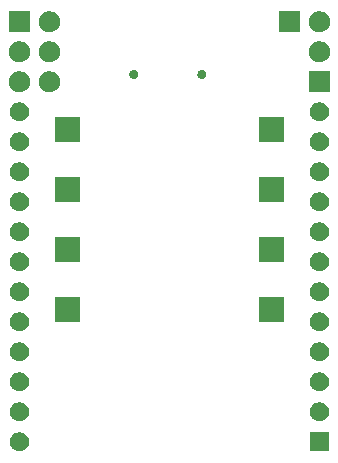
<source format=gbs>
G04 #@! TF.GenerationSoftware,KiCad,Pcbnew,(5.1.5)-3*
G04 #@! TF.CreationDate,2020-02-07T15:38:24-08:00*
G04 #@! TF.ProjectId,pcb,7063622e-6b69-4636-9164-5f7063625858,v1.1*
G04 #@! TF.SameCoordinates,Original*
G04 #@! TF.FileFunction,Soldermask,Bot*
G04 #@! TF.FilePolarity,Negative*
%FSLAX46Y46*%
G04 Gerber Fmt 4.6, Leading zero omitted, Abs format (unit mm)*
G04 Created by KiCad (PCBNEW (5.1.5)-3) date 2020-02-07 15:38:24*
%MOMM*%
%LPD*%
G04 APERTURE LIST*
%ADD10C,0.100000*%
G04 APERTURE END LIST*
D10*
G36*
X155245000Y-125781000D02*
G01*
X153619000Y-125781000D01*
X153619000Y-124155000D01*
X155245000Y-124155000D01*
X155245000Y-125781000D01*
G37*
G36*
X129269144Y-124186243D02*
G01*
X129417100Y-124247528D01*
X129550259Y-124336502D01*
X129663498Y-124449741D01*
X129752472Y-124582900D01*
X129813757Y-124730856D01*
X129845000Y-124887926D01*
X129845000Y-125048074D01*
X129813757Y-125205144D01*
X129752472Y-125353100D01*
X129663498Y-125486259D01*
X129550259Y-125599498D01*
X129417100Y-125688472D01*
X129269144Y-125749757D01*
X129112074Y-125781000D01*
X128951926Y-125781000D01*
X128794856Y-125749757D01*
X128646900Y-125688472D01*
X128513741Y-125599498D01*
X128400502Y-125486259D01*
X128311528Y-125353100D01*
X128250243Y-125205144D01*
X128219000Y-125048074D01*
X128219000Y-124887926D01*
X128250243Y-124730856D01*
X128311528Y-124582900D01*
X128400502Y-124449741D01*
X128513741Y-124336502D01*
X128646900Y-124247528D01*
X128794856Y-124186243D01*
X128951926Y-124155000D01*
X129112074Y-124155000D01*
X129269144Y-124186243D01*
G37*
G36*
X154669144Y-121646243D02*
G01*
X154817100Y-121707528D01*
X154950259Y-121796502D01*
X155063498Y-121909741D01*
X155152472Y-122042900D01*
X155213757Y-122190856D01*
X155245000Y-122347926D01*
X155245000Y-122508074D01*
X155213757Y-122665144D01*
X155152472Y-122813100D01*
X155063498Y-122946259D01*
X154950259Y-123059498D01*
X154817100Y-123148472D01*
X154669144Y-123209757D01*
X154512074Y-123241000D01*
X154351926Y-123241000D01*
X154194856Y-123209757D01*
X154046900Y-123148472D01*
X153913741Y-123059498D01*
X153800502Y-122946259D01*
X153711528Y-122813100D01*
X153650243Y-122665144D01*
X153619000Y-122508074D01*
X153619000Y-122347926D01*
X153650243Y-122190856D01*
X153711528Y-122042900D01*
X153800502Y-121909741D01*
X153913741Y-121796502D01*
X154046900Y-121707528D01*
X154194856Y-121646243D01*
X154351926Y-121615000D01*
X154512074Y-121615000D01*
X154669144Y-121646243D01*
G37*
G36*
X129269144Y-121646243D02*
G01*
X129417100Y-121707528D01*
X129550259Y-121796502D01*
X129663498Y-121909741D01*
X129752472Y-122042900D01*
X129813757Y-122190856D01*
X129845000Y-122347926D01*
X129845000Y-122508074D01*
X129813757Y-122665144D01*
X129752472Y-122813100D01*
X129663498Y-122946259D01*
X129550259Y-123059498D01*
X129417100Y-123148472D01*
X129269144Y-123209757D01*
X129112074Y-123241000D01*
X128951926Y-123241000D01*
X128794856Y-123209757D01*
X128646900Y-123148472D01*
X128513741Y-123059498D01*
X128400502Y-122946259D01*
X128311528Y-122813100D01*
X128250243Y-122665144D01*
X128219000Y-122508074D01*
X128219000Y-122347926D01*
X128250243Y-122190856D01*
X128311528Y-122042900D01*
X128400502Y-121909741D01*
X128513741Y-121796502D01*
X128646900Y-121707528D01*
X128794856Y-121646243D01*
X128951926Y-121615000D01*
X129112074Y-121615000D01*
X129269144Y-121646243D01*
G37*
G36*
X154669144Y-119106243D02*
G01*
X154817100Y-119167528D01*
X154950259Y-119256502D01*
X155063498Y-119369741D01*
X155152472Y-119502900D01*
X155213757Y-119650856D01*
X155245000Y-119807926D01*
X155245000Y-119968074D01*
X155213757Y-120125144D01*
X155152472Y-120273100D01*
X155063498Y-120406259D01*
X154950259Y-120519498D01*
X154817100Y-120608472D01*
X154669144Y-120669757D01*
X154512074Y-120701000D01*
X154351926Y-120701000D01*
X154194856Y-120669757D01*
X154046900Y-120608472D01*
X153913741Y-120519498D01*
X153800502Y-120406259D01*
X153711528Y-120273100D01*
X153650243Y-120125144D01*
X153619000Y-119968074D01*
X153619000Y-119807926D01*
X153650243Y-119650856D01*
X153711528Y-119502900D01*
X153800502Y-119369741D01*
X153913741Y-119256502D01*
X154046900Y-119167528D01*
X154194856Y-119106243D01*
X154351926Y-119075000D01*
X154512074Y-119075000D01*
X154669144Y-119106243D01*
G37*
G36*
X129269144Y-119106243D02*
G01*
X129417100Y-119167528D01*
X129550259Y-119256502D01*
X129663498Y-119369741D01*
X129752472Y-119502900D01*
X129813757Y-119650856D01*
X129845000Y-119807926D01*
X129845000Y-119968074D01*
X129813757Y-120125144D01*
X129752472Y-120273100D01*
X129663498Y-120406259D01*
X129550259Y-120519498D01*
X129417100Y-120608472D01*
X129269144Y-120669757D01*
X129112074Y-120701000D01*
X128951926Y-120701000D01*
X128794856Y-120669757D01*
X128646900Y-120608472D01*
X128513741Y-120519498D01*
X128400502Y-120406259D01*
X128311528Y-120273100D01*
X128250243Y-120125144D01*
X128219000Y-119968074D01*
X128219000Y-119807926D01*
X128250243Y-119650856D01*
X128311528Y-119502900D01*
X128400502Y-119369741D01*
X128513741Y-119256502D01*
X128646900Y-119167528D01*
X128794856Y-119106243D01*
X128951926Y-119075000D01*
X129112074Y-119075000D01*
X129269144Y-119106243D01*
G37*
G36*
X154669144Y-116566243D02*
G01*
X154817100Y-116627528D01*
X154950259Y-116716502D01*
X155063498Y-116829741D01*
X155152472Y-116962900D01*
X155213757Y-117110856D01*
X155245000Y-117267926D01*
X155245000Y-117428074D01*
X155213757Y-117585144D01*
X155152472Y-117733100D01*
X155063498Y-117866259D01*
X154950259Y-117979498D01*
X154817100Y-118068472D01*
X154669144Y-118129757D01*
X154512074Y-118161000D01*
X154351926Y-118161000D01*
X154194856Y-118129757D01*
X154046900Y-118068472D01*
X153913741Y-117979498D01*
X153800502Y-117866259D01*
X153711528Y-117733100D01*
X153650243Y-117585144D01*
X153619000Y-117428074D01*
X153619000Y-117267926D01*
X153650243Y-117110856D01*
X153711528Y-116962900D01*
X153800502Y-116829741D01*
X153913741Y-116716502D01*
X154046900Y-116627528D01*
X154194856Y-116566243D01*
X154351926Y-116535000D01*
X154512074Y-116535000D01*
X154669144Y-116566243D01*
G37*
G36*
X129269144Y-116566243D02*
G01*
X129417100Y-116627528D01*
X129550259Y-116716502D01*
X129663498Y-116829741D01*
X129752472Y-116962900D01*
X129813757Y-117110856D01*
X129845000Y-117267926D01*
X129845000Y-117428074D01*
X129813757Y-117585144D01*
X129752472Y-117733100D01*
X129663498Y-117866259D01*
X129550259Y-117979498D01*
X129417100Y-118068472D01*
X129269144Y-118129757D01*
X129112074Y-118161000D01*
X128951926Y-118161000D01*
X128794856Y-118129757D01*
X128646900Y-118068472D01*
X128513741Y-117979498D01*
X128400502Y-117866259D01*
X128311528Y-117733100D01*
X128250243Y-117585144D01*
X128219000Y-117428074D01*
X128219000Y-117267926D01*
X128250243Y-117110856D01*
X128311528Y-116962900D01*
X128400502Y-116829741D01*
X128513741Y-116716502D01*
X128646900Y-116627528D01*
X128794856Y-116566243D01*
X128951926Y-116535000D01*
X129112074Y-116535000D01*
X129269144Y-116566243D01*
G37*
G36*
X154669144Y-114026243D02*
G01*
X154817100Y-114087528D01*
X154950259Y-114176502D01*
X155063498Y-114289741D01*
X155152472Y-114422900D01*
X155213757Y-114570856D01*
X155245000Y-114727926D01*
X155245000Y-114888074D01*
X155213757Y-115045144D01*
X155152472Y-115193100D01*
X155063498Y-115326259D01*
X154950259Y-115439498D01*
X154817100Y-115528472D01*
X154669144Y-115589757D01*
X154512074Y-115621000D01*
X154351926Y-115621000D01*
X154194856Y-115589757D01*
X154046900Y-115528472D01*
X153913741Y-115439498D01*
X153800502Y-115326259D01*
X153711528Y-115193100D01*
X153650243Y-115045144D01*
X153619000Y-114888074D01*
X153619000Y-114727926D01*
X153650243Y-114570856D01*
X153711528Y-114422900D01*
X153800502Y-114289741D01*
X153913741Y-114176502D01*
X154046900Y-114087528D01*
X154194856Y-114026243D01*
X154351926Y-113995000D01*
X154512074Y-113995000D01*
X154669144Y-114026243D01*
G37*
G36*
X129269144Y-114026243D02*
G01*
X129417100Y-114087528D01*
X129550259Y-114176502D01*
X129663498Y-114289741D01*
X129752472Y-114422900D01*
X129813757Y-114570856D01*
X129845000Y-114727926D01*
X129845000Y-114888074D01*
X129813757Y-115045144D01*
X129752472Y-115193100D01*
X129663498Y-115326259D01*
X129550259Y-115439498D01*
X129417100Y-115528472D01*
X129269144Y-115589757D01*
X129112074Y-115621000D01*
X128951926Y-115621000D01*
X128794856Y-115589757D01*
X128646900Y-115528472D01*
X128513741Y-115439498D01*
X128400502Y-115326259D01*
X128311528Y-115193100D01*
X128250243Y-115045144D01*
X128219000Y-114888074D01*
X128219000Y-114727926D01*
X128250243Y-114570856D01*
X128311528Y-114422900D01*
X128400502Y-114289741D01*
X128513741Y-114176502D01*
X128646900Y-114087528D01*
X128794856Y-114026243D01*
X128951926Y-113995000D01*
X129112074Y-113995000D01*
X129269144Y-114026243D01*
G37*
G36*
X134147000Y-114843000D02*
G01*
X132045000Y-114843000D01*
X132045000Y-112741000D01*
X134147000Y-112741000D01*
X134147000Y-114843000D01*
G37*
G36*
X151419000Y-114843000D02*
G01*
X149317000Y-114843000D01*
X149317000Y-112741000D01*
X151419000Y-112741000D01*
X151419000Y-114843000D01*
G37*
G36*
X154669144Y-111486243D02*
G01*
X154817100Y-111547528D01*
X154950259Y-111636502D01*
X155063498Y-111749741D01*
X155152472Y-111882900D01*
X155213757Y-112030856D01*
X155245000Y-112187926D01*
X155245000Y-112348074D01*
X155213757Y-112505144D01*
X155152472Y-112653100D01*
X155063498Y-112786259D01*
X154950259Y-112899498D01*
X154817100Y-112988472D01*
X154669144Y-113049757D01*
X154512074Y-113081000D01*
X154351926Y-113081000D01*
X154194856Y-113049757D01*
X154046900Y-112988472D01*
X153913741Y-112899498D01*
X153800502Y-112786259D01*
X153711528Y-112653100D01*
X153650243Y-112505144D01*
X153619000Y-112348074D01*
X153619000Y-112187926D01*
X153650243Y-112030856D01*
X153711528Y-111882900D01*
X153800502Y-111749741D01*
X153913741Y-111636502D01*
X154046900Y-111547528D01*
X154194856Y-111486243D01*
X154351926Y-111455000D01*
X154512074Y-111455000D01*
X154669144Y-111486243D01*
G37*
G36*
X129269144Y-111486243D02*
G01*
X129417100Y-111547528D01*
X129550259Y-111636502D01*
X129663498Y-111749741D01*
X129752472Y-111882900D01*
X129813757Y-112030856D01*
X129845000Y-112187926D01*
X129845000Y-112348074D01*
X129813757Y-112505144D01*
X129752472Y-112653100D01*
X129663498Y-112786259D01*
X129550259Y-112899498D01*
X129417100Y-112988472D01*
X129269144Y-113049757D01*
X129112074Y-113081000D01*
X128951926Y-113081000D01*
X128794856Y-113049757D01*
X128646900Y-112988472D01*
X128513741Y-112899498D01*
X128400502Y-112786259D01*
X128311528Y-112653100D01*
X128250243Y-112505144D01*
X128219000Y-112348074D01*
X128219000Y-112187926D01*
X128250243Y-112030856D01*
X128311528Y-111882900D01*
X128400502Y-111749741D01*
X128513741Y-111636502D01*
X128646900Y-111547528D01*
X128794856Y-111486243D01*
X128951926Y-111455000D01*
X129112074Y-111455000D01*
X129269144Y-111486243D01*
G37*
G36*
X129269144Y-108946243D02*
G01*
X129417100Y-109007528D01*
X129550259Y-109096502D01*
X129663498Y-109209741D01*
X129752472Y-109342900D01*
X129813757Y-109490856D01*
X129845000Y-109647926D01*
X129845000Y-109808074D01*
X129813757Y-109965144D01*
X129752472Y-110113100D01*
X129663498Y-110246259D01*
X129550259Y-110359498D01*
X129417100Y-110448472D01*
X129269144Y-110509757D01*
X129112074Y-110541000D01*
X128951926Y-110541000D01*
X128794856Y-110509757D01*
X128646900Y-110448472D01*
X128513741Y-110359498D01*
X128400502Y-110246259D01*
X128311528Y-110113100D01*
X128250243Y-109965144D01*
X128219000Y-109808074D01*
X128219000Y-109647926D01*
X128250243Y-109490856D01*
X128311528Y-109342900D01*
X128400502Y-109209741D01*
X128513741Y-109096502D01*
X128646900Y-109007528D01*
X128794856Y-108946243D01*
X128951926Y-108915000D01*
X129112074Y-108915000D01*
X129269144Y-108946243D01*
G37*
G36*
X154669144Y-108946243D02*
G01*
X154817100Y-109007528D01*
X154950259Y-109096502D01*
X155063498Y-109209741D01*
X155152472Y-109342900D01*
X155213757Y-109490856D01*
X155245000Y-109647926D01*
X155245000Y-109808074D01*
X155213757Y-109965144D01*
X155152472Y-110113100D01*
X155063498Y-110246259D01*
X154950259Y-110359498D01*
X154817100Y-110448472D01*
X154669144Y-110509757D01*
X154512074Y-110541000D01*
X154351926Y-110541000D01*
X154194856Y-110509757D01*
X154046900Y-110448472D01*
X153913741Y-110359498D01*
X153800502Y-110246259D01*
X153711528Y-110113100D01*
X153650243Y-109965144D01*
X153619000Y-109808074D01*
X153619000Y-109647926D01*
X153650243Y-109490856D01*
X153711528Y-109342900D01*
X153800502Y-109209741D01*
X153913741Y-109096502D01*
X154046900Y-109007528D01*
X154194856Y-108946243D01*
X154351926Y-108915000D01*
X154512074Y-108915000D01*
X154669144Y-108946243D01*
G37*
G36*
X151419000Y-109763000D02*
G01*
X149317000Y-109763000D01*
X149317000Y-107661000D01*
X151419000Y-107661000D01*
X151419000Y-109763000D01*
G37*
G36*
X134147000Y-109763000D02*
G01*
X132045000Y-109763000D01*
X132045000Y-107661000D01*
X134147000Y-107661000D01*
X134147000Y-109763000D01*
G37*
G36*
X154669144Y-106406243D02*
G01*
X154817100Y-106467528D01*
X154950259Y-106556502D01*
X155063498Y-106669741D01*
X155152472Y-106802900D01*
X155213757Y-106950856D01*
X155245000Y-107107926D01*
X155245000Y-107268074D01*
X155213757Y-107425144D01*
X155152472Y-107573100D01*
X155063498Y-107706259D01*
X154950259Y-107819498D01*
X154817100Y-107908472D01*
X154669144Y-107969757D01*
X154512074Y-108001000D01*
X154351926Y-108001000D01*
X154194856Y-107969757D01*
X154046900Y-107908472D01*
X153913741Y-107819498D01*
X153800502Y-107706259D01*
X153711528Y-107573100D01*
X153650243Y-107425144D01*
X153619000Y-107268074D01*
X153619000Y-107107926D01*
X153650243Y-106950856D01*
X153711528Y-106802900D01*
X153800502Y-106669741D01*
X153913741Y-106556502D01*
X154046900Y-106467528D01*
X154194856Y-106406243D01*
X154351926Y-106375000D01*
X154512074Y-106375000D01*
X154669144Y-106406243D01*
G37*
G36*
X129269144Y-106406243D02*
G01*
X129417100Y-106467528D01*
X129550259Y-106556502D01*
X129663498Y-106669741D01*
X129752472Y-106802900D01*
X129813757Y-106950856D01*
X129845000Y-107107926D01*
X129845000Y-107268074D01*
X129813757Y-107425144D01*
X129752472Y-107573100D01*
X129663498Y-107706259D01*
X129550259Y-107819498D01*
X129417100Y-107908472D01*
X129269144Y-107969757D01*
X129112074Y-108001000D01*
X128951926Y-108001000D01*
X128794856Y-107969757D01*
X128646900Y-107908472D01*
X128513741Y-107819498D01*
X128400502Y-107706259D01*
X128311528Y-107573100D01*
X128250243Y-107425144D01*
X128219000Y-107268074D01*
X128219000Y-107107926D01*
X128250243Y-106950856D01*
X128311528Y-106802900D01*
X128400502Y-106669741D01*
X128513741Y-106556502D01*
X128646900Y-106467528D01*
X128794856Y-106406243D01*
X128951926Y-106375000D01*
X129112074Y-106375000D01*
X129269144Y-106406243D01*
G37*
G36*
X129269144Y-103866243D02*
G01*
X129417100Y-103927528D01*
X129550259Y-104016502D01*
X129663498Y-104129741D01*
X129752472Y-104262900D01*
X129813757Y-104410856D01*
X129845000Y-104567926D01*
X129845000Y-104728074D01*
X129813757Y-104885144D01*
X129752472Y-105033100D01*
X129663498Y-105166259D01*
X129550259Y-105279498D01*
X129417100Y-105368472D01*
X129269144Y-105429757D01*
X129112074Y-105461000D01*
X128951926Y-105461000D01*
X128794856Y-105429757D01*
X128646900Y-105368472D01*
X128513741Y-105279498D01*
X128400502Y-105166259D01*
X128311528Y-105033100D01*
X128250243Y-104885144D01*
X128219000Y-104728074D01*
X128219000Y-104567926D01*
X128250243Y-104410856D01*
X128311528Y-104262900D01*
X128400502Y-104129741D01*
X128513741Y-104016502D01*
X128646900Y-103927528D01*
X128794856Y-103866243D01*
X128951926Y-103835000D01*
X129112074Y-103835000D01*
X129269144Y-103866243D01*
G37*
G36*
X154669144Y-103866243D02*
G01*
X154817100Y-103927528D01*
X154950259Y-104016502D01*
X155063498Y-104129741D01*
X155152472Y-104262900D01*
X155213757Y-104410856D01*
X155245000Y-104567926D01*
X155245000Y-104728074D01*
X155213757Y-104885144D01*
X155152472Y-105033100D01*
X155063498Y-105166259D01*
X154950259Y-105279498D01*
X154817100Y-105368472D01*
X154669144Y-105429757D01*
X154512074Y-105461000D01*
X154351926Y-105461000D01*
X154194856Y-105429757D01*
X154046900Y-105368472D01*
X153913741Y-105279498D01*
X153800502Y-105166259D01*
X153711528Y-105033100D01*
X153650243Y-104885144D01*
X153619000Y-104728074D01*
X153619000Y-104567926D01*
X153650243Y-104410856D01*
X153711528Y-104262900D01*
X153800502Y-104129741D01*
X153913741Y-104016502D01*
X154046900Y-103927528D01*
X154194856Y-103866243D01*
X154351926Y-103835000D01*
X154512074Y-103835000D01*
X154669144Y-103866243D01*
G37*
G36*
X151419000Y-104683000D02*
G01*
X149317000Y-104683000D01*
X149317000Y-102581000D01*
X151419000Y-102581000D01*
X151419000Y-104683000D01*
G37*
G36*
X134147000Y-104683000D02*
G01*
X132045000Y-104683000D01*
X132045000Y-102581000D01*
X134147000Y-102581000D01*
X134147000Y-104683000D01*
G37*
G36*
X129269144Y-101326243D02*
G01*
X129417100Y-101387528D01*
X129550259Y-101476502D01*
X129663498Y-101589741D01*
X129752472Y-101722900D01*
X129813757Y-101870856D01*
X129845000Y-102027926D01*
X129845000Y-102188074D01*
X129813757Y-102345144D01*
X129752472Y-102493100D01*
X129663498Y-102626259D01*
X129550259Y-102739498D01*
X129417100Y-102828472D01*
X129269144Y-102889757D01*
X129112074Y-102921000D01*
X128951926Y-102921000D01*
X128794856Y-102889757D01*
X128646900Y-102828472D01*
X128513741Y-102739498D01*
X128400502Y-102626259D01*
X128311528Y-102493100D01*
X128250243Y-102345144D01*
X128219000Y-102188074D01*
X128219000Y-102027926D01*
X128250243Y-101870856D01*
X128311528Y-101722900D01*
X128400502Y-101589741D01*
X128513741Y-101476502D01*
X128646900Y-101387528D01*
X128794856Y-101326243D01*
X128951926Y-101295000D01*
X129112074Y-101295000D01*
X129269144Y-101326243D01*
G37*
G36*
X154669144Y-101326243D02*
G01*
X154817100Y-101387528D01*
X154950259Y-101476502D01*
X155063498Y-101589741D01*
X155152472Y-101722900D01*
X155213757Y-101870856D01*
X155245000Y-102027926D01*
X155245000Y-102188074D01*
X155213757Y-102345144D01*
X155152472Y-102493100D01*
X155063498Y-102626259D01*
X154950259Y-102739498D01*
X154817100Y-102828472D01*
X154669144Y-102889757D01*
X154512074Y-102921000D01*
X154351926Y-102921000D01*
X154194856Y-102889757D01*
X154046900Y-102828472D01*
X153913741Y-102739498D01*
X153800502Y-102626259D01*
X153711528Y-102493100D01*
X153650243Y-102345144D01*
X153619000Y-102188074D01*
X153619000Y-102027926D01*
X153650243Y-101870856D01*
X153711528Y-101722900D01*
X153800502Y-101589741D01*
X153913741Y-101476502D01*
X154046900Y-101387528D01*
X154194856Y-101326243D01*
X154351926Y-101295000D01*
X154512074Y-101295000D01*
X154669144Y-101326243D01*
G37*
G36*
X154669144Y-98786243D02*
G01*
X154817100Y-98847528D01*
X154950259Y-98936502D01*
X155063498Y-99049741D01*
X155152472Y-99182900D01*
X155213757Y-99330856D01*
X155245000Y-99487926D01*
X155245000Y-99648074D01*
X155213757Y-99805144D01*
X155152472Y-99953100D01*
X155063498Y-100086259D01*
X154950259Y-100199498D01*
X154817100Y-100288472D01*
X154669144Y-100349757D01*
X154512074Y-100381000D01*
X154351926Y-100381000D01*
X154194856Y-100349757D01*
X154046900Y-100288472D01*
X153913741Y-100199498D01*
X153800502Y-100086259D01*
X153711528Y-99953100D01*
X153650243Y-99805144D01*
X153619000Y-99648074D01*
X153619000Y-99487926D01*
X153650243Y-99330856D01*
X153711528Y-99182900D01*
X153800502Y-99049741D01*
X153913741Y-98936502D01*
X154046900Y-98847528D01*
X154194856Y-98786243D01*
X154351926Y-98755000D01*
X154512074Y-98755000D01*
X154669144Y-98786243D01*
G37*
G36*
X129269144Y-98786243D02*
G01*
X129417100Y-98847528D01*
X129550259Y-98936502D01*
X129663498Y-99049741D01*
X129752472Y-99182900D01*
X129813757Y-99330856D01*
X129845000Y-99487926D01*
X129845000Y-99648074D01*
X129813757Y-99805144D01*
X129752472Y-99953100D01*
X129663498Y-100086259D01*
X129550259Y-100199498D01*
X129417100Y-100288472D01*
X129269144Y-100349757D01*
X129112074Y-100381000D01*
X128951926Y-100381000D01*
X128794856Y-100349757D01*
X128646900Y-100288472D01*
X128513741Y-100199498D01*
X128400502Y-100086259D01*
X128311528Y-99953100D01*
X128250243Y-99805144D01*
X128219000Y-99648074D01*
X128219000Y-99487926D01*
X128250243Y-99330856D01*
X128311528Y-99182900D01*
X128400502Y-99049741D01*
X128513741Y-98936502D01*
X128646900Y-98847528D01*
X128794856Y-98786243D01*
X128951926Y-98755000D01*
X129112074Y-98755000D01*
X129269144Y-98786243D01*
G37*
G36*
X134147000Y-99603000D02*
G01*
X132045000Y-99603000D01*
X132045000Y-97501000D01*
X134147000Y-97501000D01*
X134147000Y-99603000D01*
G37*
G36*
X151419000Y-99603000D02*
G01*
X149317000Y-99603000D01*
X149317000Y-97501000D01*
X151419000Y-97501000D01*
X151419000Y-99603000D01*
G37*
G36*
X129269144Y-96246243D02*
G01*
X129417100Y-96307528D01*
X129550259Y-96396502D01*
X129663498Y-96509741D01*
X129752472Y-96642900D01*
X129813757Y-96790856D01*
X129845000Y-96947926D01*
X129845000Y-97108074D01*
X129813757Y-97265144D01*
X129752472Y-97413100D01*
X129663498Y-97546259D01*
X129550259Y-97659498D01*
X129417100Y-97748472D01*
X129269144Y-97809757D01*
X129112074Y-97841000D01*
X128951926Y-97841000D01*
X128794856Y-97809757D01*
X128646900Y-97748472D01*
X128513741Y-97659498D01*
X128400502Y-97546259D01*
X128311528Y-97413100D01*
X128250243Y-97265144D01*
X128219000Y-97108074D01*
X128219000Y-96947926D01*
X128250243Y-96790856D01*
X128311528Y-96642900D01*
X128400502Y-96509741D01*
X128513741Y-96396502D01*
X128646900Y-96307528D01*
X128794856Y-96246243D01*
X128951926Y-96215000D01*
X129112074Y-96215000D01*
X129269144Y-96246243D01*
G37*
G36*
X154669144Y-96246243D02*
G01*
X154817100Y-96307528D01*
X154950259Y-96396502D01*
X155063498Y-96509741D01*
X155152472Y-96642900D01*
X155213757Y-96790856D01*
X155245000Y-96947926D01*
X155245000Y-97108074D01*
X155213757Y-97265144D01*
X155152472Y-97413100D01*
X155063498Y-97546259D01*
X154950259Y-97659498D01*
X154817100Y-97748472D01*
X154669144Y-97809757D01*
X154512074Y-97841000D01*
X154351926Y-97841000D01*
X154194856Y-97809757D01*
X154046900Y-97748472D01*
X153913741Y-97659498D01*
X153800502Y-97546259D01*
X153711528Y-97413100D01*
X153650243Y-97265144D01*
X153619000Y-97108074D01*
X153619000Y-96947926D01*
X153650243Y-96790856D01*
X153711528Y-96642900D01*
X153800502Y-96509741D01*
X153913741Y-96396502D01*
X154046900Y-96307528D01*
X154194856Y-96246243D01*
X154351926Y-96215000D01*
X154512074Y-96215000D01*
X154669144Y-96246243D01*
G37*
G36*
X131834812Y-93621624D02*
G01*
X131998784Y-93689544D01*
X132146354Y-93788147D01*
X132271853Y-93913646D01*
X132370456Y-94061216D01*
X132438376Y-94225188D01*
X132473000Y-94399259D01*
X132473000Y-94576741D01*
X132438376Y-94750812D01*
X132370456Y-94914784D01*
X132271853Y-95062354D01*
X132146354Y-95187853D01*
X131998784Y-95286456D01*
X131834812Y-95354376D01*
X131660741Y-95389000D01*
X131483259Y-95389000D01*
X131309188Y-95354376D01*
X131145216Y-95286456D01*
X130997646Y-95187853D01*
X130872147Y-95062354D01*
X130773544Y-94914784D01*
X130705624Y-94750812D01*
X130671000Y-94576741D01*
X130671000Y-94399259D01*
X130705624Y-94225188D01*
X130773544Y-94061216D01*
X130872147Y-93913646D01*
X130997646Y-93788147D01*
X131145216Y-93689544D01*
X131309188Y-93621624D01*
X131483259Y-93587000D01*
X131660741Y-93587000D01*
X131834812Y-93621624D01*
G37*
G36*
X155333000Y-95389000D02*
G01*
X153531000Y-95389000D01*
X153531000Y-93587000D01*
X155333000Y-93587000D01*
X155333000Y-95389000D01*
G37*
G36*
X129294812Y-93621624D02*
G01*
X129458784Y-93689544D01*
X129606354Y-93788147D01*
X129731853Y-93913646D01*
X129830456Y-94061216D01*
X129898376Y-94225188D01*
X129933000Y-94399259D01*
X129933000Y-94576741D01*
X129898376Y-94750812D01*
X129830456Y-94914784D01*
X129731853Y-95062354D01*
X129606354Y-95187853D01*
X129458784Y-95286456D01*
X129294812Y-95354376D01*
X129120741Y-95389000D01*
X128943259Y-95389000D01*
X128769188Y-95354376D01*
X128605216Y-95286456D01*
X128457646Y-95187853D01*
X128332147Y-95062354D01*
X128233544Y-94914784D01*
X128165624Y-94750812D01*
X128131000Y-94576741D01*
X128131000Y-94399259D01*
X128165624Y-94225188D01*
X128233544Y-94061216D01*
X128332147Y-93913646D01*
X128457646Y-93788147D01*
X128605216Y-93689544D01*
X128769188Y-93621624D01*
X128943259Y-93587000D01*
X129120741Y-93587000D01*
X129294812Y-93621624D01*
G37*
G36*
X144556247Y-93481817D02*
G01*
X144604677Y-93491450D01*
X144657601Y-93513372D01*
X144673103Y-93519793D01*
X144734686Y-93560942D01*
X144787058Y-93613314D01*
X144828207Y-93674897D01*
X144828208Y-93674900D01*
X144856550Y-93743323D01*
X144871000Y-93815968D01*
X144871000Y-93890032D01*
X144856550Y-93962677D01*
X144834628Y-94015601D01*
X144828207Y-94031103D01*
X144787058Y-94092686D01*
X144734686Y-94145058D01*
X144673103Y-94186207D01*
X144657601Y-94192628D01*
X144604677Y-94214550D01*
X144556247Y-94224183D01*
X144532033Y-94229000D01*
X144457967Y-94229000D01*
X144433753Y-94224183D01*
X144385323Y-94214550D01*
X144332399Y-94192628D01*
X144316897Y-94186207D01*
X144255314Y-94145058D01*
X144202942Y-94092686D01*
X144161793Y-94031103D01*
X144155372Y-94015601D01*
X144133450Y-93962677D01*
X144119000Y-93890032D01*
X144119000Y-93815968D01*
X144133450Y-93743323D01*
X144161792Y-93674900D01*
X144161793Y-93674897D01*
X144202942Y-93613314D01*
X144255314Y-93560942D01*
X144316897Y-93519793D01*
X144332399Y-93513372D01*
X144385323Y-93491450D01*
X144433753Y-93481817D01*
X144457967Y-93477000D01*
X144532033Y-93477000D01*
X144556247Y-93481817D01*
G37*
G36*
X138776247Y-93481817D02*
G01*
X138824677Y-93491450D01*
X138877601Y-93513372D01*
X138893103Y-93519793D01*
X138954686Y-93560942D01*
X139007058Y-93613314D01*
X139048207Y-93674897D01*
X139048208Y-93674900D01*
X139076550Y-93743323D01*
X139091000Y-93815968D01*
X139091000Y-93890032D01*
X139076550Y-93962677D01*
X139054628Y-94015601D01*
X139048207Y-94031103D01*
X139007058Y-94092686D01*
X138954686Y-94145058D01*
X138893103Y-94186207D01*
X138877601Y-94192628D01*
X138824677Y-94214550D01*
X138776247Y-94224183D01*
X138752033Y-94229000D01*
X138677967Y-94229000D01*
X138653753Y-94224183D01*
X138605323Y-94214550D01*
X138552399Y-94192628D01*
X138536897Y-94186207D01*
X138475314Y-94145058D01*
X138422942Y-94092686D01*
X138381793Y-94031103D01*
X138375372Y-94015601D01*
X138353450Y-93962677D01*
X138339000Y-93890032D01*
X138339000Y-93815968D01*
X138353450Y-93743323D01*
X138381792Y-93674900D01*
X138381793Y-93674897D01*
X138422942Y-93613314D01*
X138475314Y-93560942D01*
X138536897Y-93519793D01*
X138552399Y-93513372D01*
X138605323Y-93491450D01*
X138653753Y-93481817D01*
X138677967Y-93477000D01*
X138752033Y-93477000D01*
X138776247Y-93481817D01*
G37*
G36*
X129294812Y-91081624D02*
G01*
X129458784Y-91149544D01*
X129606354Y-91248147D01*
X129731853Y-91373646D01*
X129830456Y-91521216D01*
X129898376Y-91685188D01*
X129933000Y-91859259D01*
X129933000Y-92036741D01*
X129898376Y-92210812D01*
X129830456Y-92374784D01*
X129731853Y-92522354D01*
X129606354Y-92647853D01*
X129458784Y-92746456D01*
X129294812Y-92814376D01*
X129120741Y-92849000D01*
X128943259Y-92849000D01*
X128769188Y-92814376D01*
X128605216Y-92746456D01*
X128457646Y-92647853D01*
X128332147Y-92522354D01*
X128233544Y-92374784D01*
X128165624Y-92210812D01*
X128131000Y-92036741D01*
X128131000Y-91859259D01*
X128165624Y-91685188D01*
X128233544Y-91521216D01*
X128332147Y-91373646D01*
X128457646Y-91248147D01*
X128605216Y-91149544D01*
X128769188Y-91081624D01*
X128943259Y-91047000D01*
X129120741Y-91047000D01*
X129294812Y-91081624D01*
G37*
G36*
X154694812Y-91081624D02*
G01*
X154858784Y-91149544D01*
X155006354Y-91248147D01*
X155131853Y-91373646D01*
X155230456Y-91521216D01*
X155298376Y-91685188D01*
X155333000Y-91859259D01*
X155333000Y-92036741D01*
X155298376Y-92210812D01*
X155230456Y-92374784D01*
X155131853Y-92522354D01*
X155006354Y-92647853D01*
X154858784Y-92746456D01*
X154694812Y-92814376D01*
X154520741Y-92849000D01*
X154343259Y-92849000D01*
X154169188Y-92814376D01*
X154005216Y-92746456D01*
X153857646Y-92647853D01*
X153732147Y-92522354D01*
X153633544Y-92374784D01*
X153565624Y-92210812D01*
X153531000Y-92036741D01*
X153531000Y-91859259D01*
X153565624Y-91685188D01*
X153633544Y-91521216D01*
X153732147Y-91373646D01*
X153857646Y-91248147D01*
X154005216Y-91149544D01*
X154169188Y-91081624D01*
X154343259Y-91047000D01*
X154520741Y-91047000D01*
X154694812Y-91081624D01*
G37*
G36*
X131834812Y-91081624D02*
G01*
X131998784Y-91149544D01*
X132146354Y-91248147D01*
X132271853Y-91373646D01*
X132370456Y-91521216D01*
X132438376Y-91685188D01*
X132473000Y-91859259D01*
X132473000Y-92036741D01*
X132438376Y-92210812D01*
X132370456Y-92374784D01*
X132271853Y-92522354D01*
X132146354Y-92647853D01*
X131998784Y-92746456D01*
X131834812Y-92814376D01*
X131660741Y-92849000D01*
X131483259Y-92849000D01*
X131309188Y-92814376D01*
X131145216Y-92746456D01*
X130997646Y-92647853D01*
X130872147Y-92522354D01*
X130773544Y-92374784D01*
X130705624Y-92210812D01*
X130671000Y-92036741D01*
X130671000Y-91859259D01*
X130705624Y-91685188D01*
X130773544Y-91521216D01*
X130872147Y-91373646D01*
X130997646Y-91248147D01*
X131145216Y-91149544D01*
X131309188Y-91081624D01*
X131483259Y-91047000D01*
X131660741Y-91047000D01*
X131834812Y-91081624D01*
G37*
G36*
X152793000Y-90309000D02*
G01*
X150991000Y-90309000D01*
X150991000Y-88507000D01*
X152793000Y-88507000D01*
X152793000Y-90309000D01*
G37*
G36*
X154694812Y-88541624D02*
G01*
X154858784Y-88609544D01*
X155006354Y-88708147D01*
X155131853Y-88833646D01*
X155230456Y-88981216D01*
X155298376Y-89145188D01*
X155333000Y-89319259D01*
X155333000Y-89496741D01*
X155298376Y-89670812D01*
X155230456Y-89834784D01*
X155131853Y-89982354D01*
X155006354Y-90107853D01*
X154858784Y-90206456D01*
X154694812Y-90274376D01*
X154520741Y-90309000D01*
X154343259Y-90309000D01*
X154169188Y-90274376D01*
X154005216Y-90206456D01*
X153857646Y-90107853D01*
X153732147Y-89982354D01*
X153633544Y-89834784D01*
X153565624Y-89670812D01*
X153531000Y-89496741D01*
X153531000Y-89319259D01*
X153565624Y-89145188D01*
X153633544Y-88981216D01*
X153732147Y-88833646D01*
X153857646Y-88708147D01*
X154005216Y-88609544D01*
X154169188Y-88541624D01*
X154343259Y-88507000D01*
X154520741Y-88507000D01*
X154694812Y-88541624D01*
G37*
G36*
X129933000Y-90309000D02*
G01*
X128131000Y-90309000D01*
X128131000Y-88507000D01*
X129933000Y-88507000D01*
X129933000Y-90309000D01*
G37*
G36*
X131834812Y-88541624D02*
G01*
X131998784Y-88609544D01*
X132146354Y-88708147D01*
X132271853Y-88833646D01*
X132370456Y-88981216D01*
X132438376Y-89145188D01*
X132473000Y-89319259D01*
X132473000Y-89496741D01*
X132438376Y-89670812D01*
X132370456Y-89834784D01*
X132271853Y-89982354D01*
X132146354Y-90107853D01*
X131998784Y-90206456D01*
X131834812Y-90274376D01*
X131660741Y-90309000D01*
X131483259Y-90309000D01*
X131309188Y-90274376D01*
X131145216Y-90206456D01*
X130997646Y-90107853D01*
X130872147Y-89982354D01*
X130773544Y-89834784D01*
X130705624Y-89670812D01*
X130671000Y-89496741D01*
X130671000Y-89319259D01*
X130705624Y-89145188D01*
X130773544Y-88981216D01*
X130872147Y-88833646D01*
X130997646Y-88708147D01*
X131145216Y-88609544D01*
X131309188Y-88541624D01*
X131483259Y-88507000D01*
X131660741Y-88507000D01*
X131834812Y-88541624D01*
G37*
M02*

</source>
